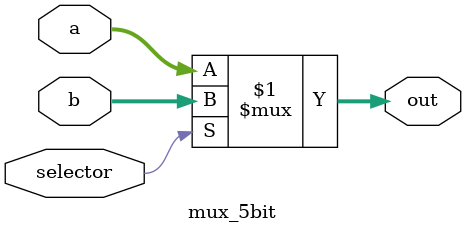
<source format=v>
`timescale 1ns / 1ps

module mux_5bit(
	output [4:0] out,

	input [4:0] a,
	input [4:0] b,
	input selector
);

	assign out = (selector)? b : a;

endmodule

</source>
